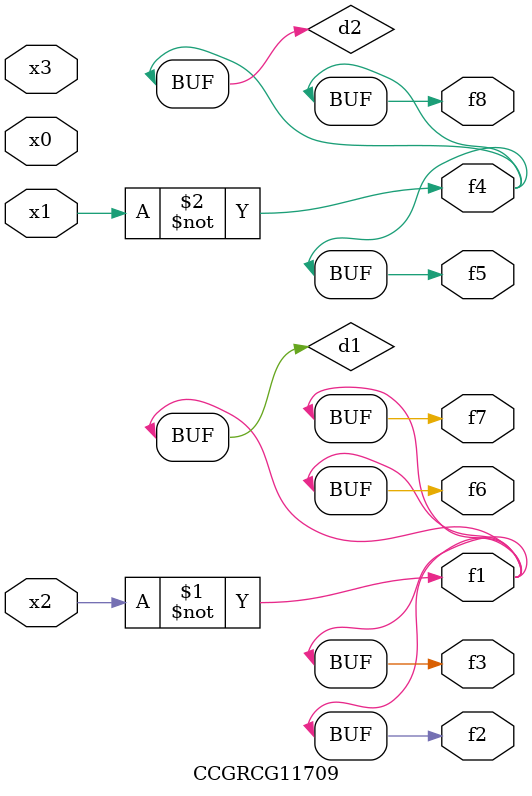
<source format=v>
module CCGRCG11709(
	input x0, x1, x2, x3,
	output f1, f2, f3, f4, f5, f6, f7, f8
);

	wire d1, d2;

	xnor (d1, x2);
	not (d2, x1);
	assign f1 = d1;
	assign f2 = d1;
	assign f3 = d1;
	assign f4 = d2;
	assign f5 = d2;
	assign f6 = d1;
	assign f7 = d1;
	assign f8 = d2;
endmodule

</source>
